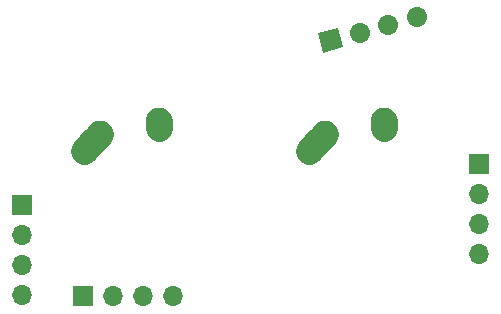
<source format=gbr>
G04 #@! TF.GenerationSoftware,KiCad,Pcbnew,(5.1.4)-1*
G04 #@! TF.CreationDate,2023-06-17T18:33:40-04:00*
G04 #@! TF.ProjectId,ThumbsUp,5468756d-6273-4557-902e-6b696361645f,rev?*
G04 #@! TF.SameCoordinates,Original*
G04 #@! TF.FileFunction,Copper,L1,Top*
G04 #@! TF.FilePolarity,Positive*
%FSLAX46Y46*%
G04 Gerber Fmt 4.6, Leading zero omitted, Abs format (unit mm)*
G04 Created by KiCad (PCBNEW (5.1.4)-1) date 2023-06-17 18:33:40*
%MOMM*%
%LPD*%
G04 APERTURE LIST*
%ADD10C,2.250000*%
%ADD11C,2.250000*%
%ADD12O,1.700000X1.700000*%
%ADD13R,1.700000X1.700000*%
%ADD14C,1.700000*%
%ADD15C,1.700000*%
%ADD16C,0.100000*%
G04 APERTURE END LIST*
D10*
X119100000Y-343390061D03*
X118445001Y-344120061D03*
D11*
X117790000Y-344850061D02*
X119100002Y-343390061D01*
D10*
X124140000Y-342310061D03*
X124120000Y-342600061D03*
D11*
X124100000Y-342890061D02*
X124140000Y-342310061D01*
D12*
X106290670Y-357174574D03*
X103750670Y-357174574D03*
X101210670Y-357174574D03*
D13*
X98670670Y-357174574D03*
D12*
X93463380Y-357077892D03*
X93463380Y-354537892D03*
X93463380Y-351997892D03*
D13*
X93463380Y-349457892D03*
D12*
X132181859Y-353578713D03*
X132181859Y-351038713D03*
X132181859Y-348498713D03*
D13*
X132181859Y-345958713D03*
D14*
X126947136Y-333518390D03*
D15*
X126947136Y-333518390D02*
X126947136Y-333518390D01*
D14*
X124493684Y-334175790D03*
D15*
X124493684Y-334175790D02*
X124493684Y-334175790D01*
D14*
X122040233Y-334833191D03*
D15*
X122040233Y-334833191D02*
X122040233Y-334833191D01*
D14*
X119586781Y-335490591D03*
D16*
G36*
X118545748Y-334889550D02*
G01*
X120187822Y-334449558D01*
X120627814Y-336091632D01*
X118985740Y-336531624D01*
X118545748Y-334889550D01*
X118545748Y-334889550D01*
G37*
D10*
X100036046Y-343390061D03*
X99381047Y-344120061D03*
D11*
X98726046Y-344850061D02*
X100036048Y-343390061D01*
D10*
X105076046Y-342310061D03*
X105056046Y-342600061D03*
D11*
X105036046Y-342890061D02*
X105076046Y-342310061D01*
M02*

</source>
